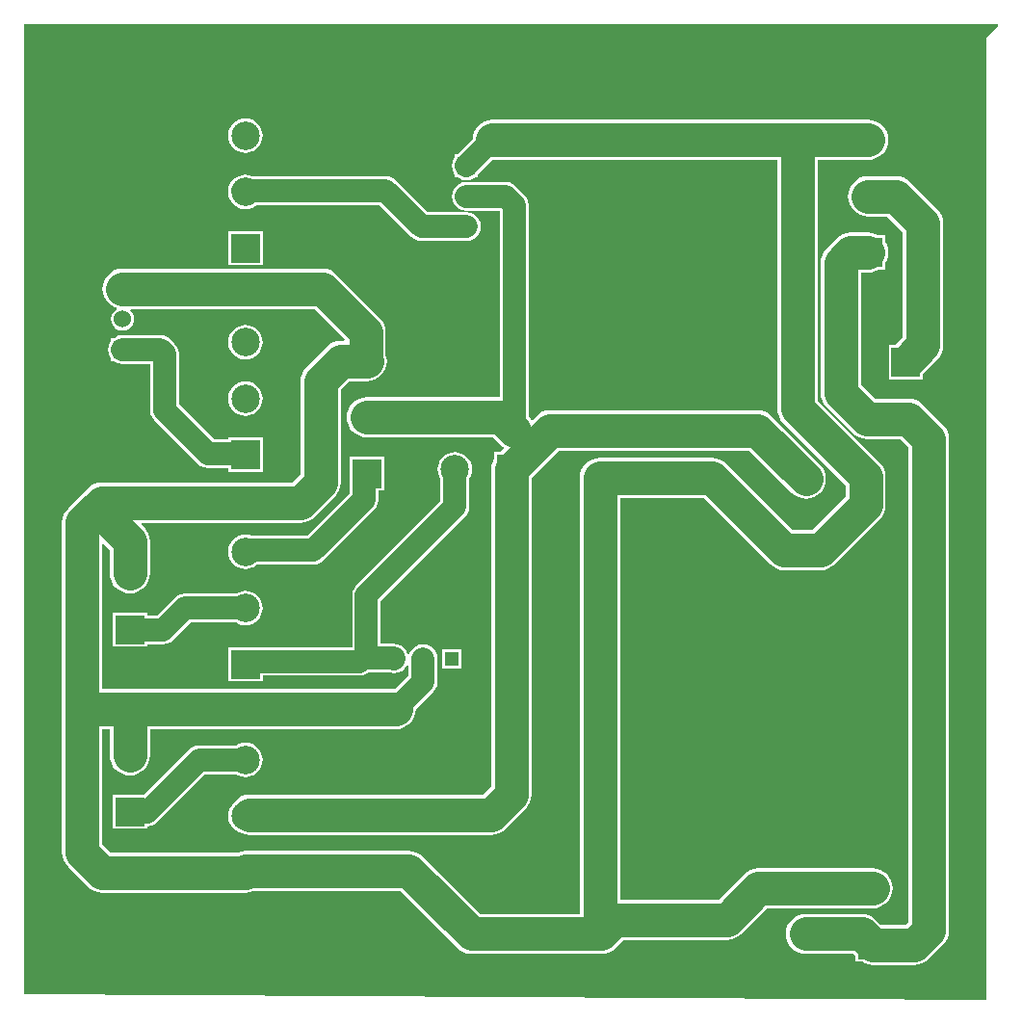
<source format=gbl>
G04*
G04 #@! TF.GenerationSoftware,Altium Limited,Altium Designer,20.2.4 (192)*
G04*
G04 Layer_Physical_Order=2*
G04 Layer_Color=16711680*
%FSLAX44Y44*%
%MOMM*%
G71*
G04*
G04 #@! TF.SameCoordinates,DF91FCDE-8142-45B4-A5F5-43113F2708E9*
G04*
G04*
G04 #@! TF.FilePolarity,Positive*
G04*
G01*
G75*
%ADD10C,3.0000*%
%ADD11C,2.0000*%
%ADD12C,0.2540*%
%ADD13R,2.5000X2.5000*%
%ADD14C,2.5000*%
%ADD15C,1.5240*%
%ADD16R,1.5240X1.5240*%
%ADD17R,2.5000X2.5000*%
%ADD18R,1.2000X1.2000*%
%ADD19C,1.2000*%
G36*
X284383Y271780D02*
X285653D01*
X1129303Y266705D01*
X1130203Y267601D01*
Y1112520D01*
X1140460Y1122777D01*
X1139974Y1123950D01*
X284383D01*
Y271780D01*
D02*
G37*
%LPC*%
G36*
X478693Y1041273D02*
X481642Y1040982D01*
X484477Y1040122D01*
X487090Y1038726D01*
X489380Y1036846D01*
X491259Y1034556D01*
X492656Y1031943D01*
X493516Y1029108D01*
X493806Y1026160D01*
X493516Y1023212D01*
X492656Y1020377D01*
X491259Y1017764D01*
X489380Y1015474D01*
X487090Y1013594D01*
X484477Y1012198D01*
X481642Y1011338D01*
X478693Y1011047D01*
X475745Y1011338D01*
X472910Y1012198D01*
X470297Y1013594D01*
X468007Y1015474D01*
X466128Y1017764D01*
X464731Y1020377D01*
X463871Y1023212D01*
X463581Y1026160D01*
X463871Y1029108D01*
X464731Y1031943D01*
X466128Y1034556D01*
X468007Y1036846D01*
X470297Y1038726D01*
X472910Y1040122D01*
X475745Y1040982D01*
X478693Y1041273D01*
D02*
G37*
G36*
Y991743D02*
X481642Y991452D01*
X484477Y990592D01*
X484559Y990548D01*
X601883D01*
X601883Y990548D01*
X605157Y990117D01*
X608207Y988854D01*
X610827Y986844D01*
X638872Y958798D01*
X673003D01*
X676277Y958367D01*
X679327Y957104D01*
X681947Y955094D01*
X683957Y952474D01*
X685220Y949424D01*
X685651Y946150D01*
X685220Y942876D01*
X683957Y939826D01*
X681947Y937206D01*
X679327Y935196D01*
X676277Y933933D01*
X673003Y933502D01*
X633633D01*
X633633Y933502D01*
X630360Y933933D01*
X627309Y935196D01*
X624690Y937206D01*
X596644Y965252D01*
X488537D01*
X487090Y964064D01*
X484477Y962668D01*
X481642Y961808D01*
X478693Y961517D01*
X475745Y961808D01*
X472910Y962668D01*
X470297Y964064D01*
X468007Y965944D01*
X466128Y968234D01*
X464731Y970847D01*
X463871Y973682D01*
X463581Y976630D01*
X463620Y977029D01*
X463505Y977900D01*
X463936Y981174D01*
X465200Y984224D01*
X467210Y986844D01*
X469829Y988854D01*
X469932Y988896D01*
X470297Y989196D01*
X472910Y990592D01*
X475745Y991452D01*
X478693Y991743D01*
D02*
G37*
G36*
X695863Y1039975D02*
X1026063D01*
X1029502Y1039636D01*
X1032808Y1038633D01*
X1035855Y1037004D01*
X1038526Y1034813D01*
X1040718Y1032142D01*
X1042347Y1029095D01*
X1043350Y1025788D01*
X1043688Y1022350D01*
X1043350Y1018912D01*
X1042347Y1015605D01*
X1040718Y1012558D01*
X1038526Y1009887D01*
X1035855Y1007695D01*
X1032808Y1006067D01*
X1029502Y1005064D01*
X1026063Y1004725D01*
X981458D01*
Y793430D01*
X1036260Y738629D01*
X1038452Y735958D01*
X1040080Y732911D01*
X1041083Y729605D01*
X1041422Y726166D01*
Y701314D01*
X1041083Y697875D01*
X1040080Y694569D01*
X1038452Y691522D01*
X1036260Y688851D01*
X996616Y649207D01*
X993945Y647016D01*
X990898Y645387D01*
X987592Y644384D01*
X984153Y644045D01*
X952403D01*
X948965Y644384D01*
X945659Y645387D01*
X942611Y647016D01*
X939941Y649207D01*
X881603Y707545D01*
X807808D01*
Y354382D01*
X894510D01*
X917081Y376953D01*
X919752Y379145D01*
X922799Y380773D01*
X926105Y381776D01*
X929543Y382115D01*
X1029873D01*
X1033312Y381776D01*
X1036618Y380773D01*
X1039665Y379145D01*
X1042336Y376953D01*
X1044528Y374282D01*
X1046157Y371235D01*
X1047160Y367928D01*
X1047498Y364490D01*
X1047160Y361052D01*
X1046157Y357745D01*
X1044528Y354698D01*
X1042336Y352027D01*
X1039665Y349836D01*
X1036618Y348207D01*
X1033312Y347204D01*
X1029873Y346865D01*
X936844D01*
X914273Y324294D01*
X911602Y322102D01*
X908555Y320474D01*
X905249Y319471D01*
X901810Y319132D01*
X901810Y319132D01*
X810831D01*
X803746Y312047D01*
X801075Y309855D01*
X798028Y308227D01*
X794722Y307224D01*
X791283Y306885D01*
X677423D01*
X673985Y307224D01*
X670679Y308227D01*
X667632Y309855D01*
X664961Y312047D01*
X614903Y362105D01*
X485202D01*
X482132Y361174D01*
X478693Y360835D01*
X352757D01*
X349319Y361174D01*
X346012Y362177D01*
X342965Y363806D01*
X340294Y365997D01*
X322721Y383571D01*
X322721Y383571D01*
X320529Y386242D01*
X318900Y389289D01*
X317897Y392595D01*
X317558Y396034D01*
X317558Y396034D01*
Y521970D01*
Y686006D01*
X317558Y686006D01*
X317897Y689445D01*
X318900Y692751D01*
X320529Y695798D01*
X322721Y698469D01*
X322721Y698469D01*
X340294Y716043D01*
X342965Y718234D01*
X346012Y719863D01*
X349319Y720866D01*
X352757Y721205D01*
X519859D01*
X527108Y728454D01*
Y810260D01*
X527447Y813698D01*
X528450Y817005D01*
X530079Y820052D01*
X532271Y822723D01*
X532271Y822723D01*
X550051Y840503D01*
X552721Y842694D01*
X555769Y844323D01*
X559075Y845326D01*
X562513Y845665D01*
X565411D01*
X565937Y846935D01*
X538957Y873915D01*
X377731D01*
X377300Y872645D01*
X377990Y872116D01*
X379618Y869994D01*
X380642Y867522D01*
X380991Y864870D01*
X380642Y862218D01*
X379618Y859746D01*
X377990Y857624D01*
X375867Y855995D01*
X373396Y854971D01*
X370743Y854622D01*
X368091Y854971D01*
X365620Y855995D01*
X363497Y857624D01*
X361869Y859746D01*
X360845Y862218D01*
X360496Y864870D01*
X360845Y867522D01*
X361869Y869994D01*
X363497Y872116D01*
X365333Y873525D01*
X365279Y874868D01*
X363999Y875257D01*
X360951Y876886D01*
X358281Y879077D01*
X356089Y881748D01*
X354460Y884795D01*
X353457Y888102D01*
X353119Y891540D01*
X353457Y894978D01*
X354460Y898285D01*
X356089Y901332D01*
X358281Y904003D01*
X360951Y906195D01*
X363999Y907823D01*
X367305Y908826D01*
X370743Y909165D01*
X546257D01*
X546257Y909165D01*
X549696Y908826D01*
X553002Y907823D01*
X556049Y906195D01*
X558720Y904003D01*
X596766Y865957D01*
X598958Y863286D01*
X600587Y860239D01*
X601590Y856932D01*
X601928Y853494D01*
Y833889D01*
X602659Y831478D01*
X602998Y828040D01*
X602659Y824602D01*
X601657Y821295D01*
X600028Y818248D01*
X597836Y815577D01*
X595165Y813385D01*
X592118Y811757D01*
X588812Y810754D01*
X585373Y810415D01*
X569814D01*
X562358Y802960D01*
Y721154D01*
X562020Y717715D01*
X561017Y714409D01*
X559388Y711362D01*
X557196Y708691D01*
X539622Y691117D01*
X539622Y691117D01*
X536952Y688925D01*
X533904Y687297D01*
X530598Y686294D01*
X527160Y685955D01*
X527160Y685955D01*
X387013D01*
X386527Y684782D01*
X389556Y681753D01*
X391748Y679082D01*
X393377Y676035D01*
X394380Y672728D01*
X394718Y669290D01*
Y641350D01*
X394380Y637912D01*
X393377Y634605D01*
X391748Y631558D01*
X389556Y628887D01*
X386885Y626696D01*
X383838Y625067D01*
X380532Y624064D01*
X377093Y623725D01*
X373655Y624064D01*
X370349Y625067D01*
X367301Y626696D01*
X364631Y628887D01*
X362439Y631558D01*
X360810Y634605D01*
X359807Y637912D01*
X359468Y641350D01*
Y661990D01*
X353982Y667477D01*
X352808Y666991D01*
Y539595D01*
X375823D01*
X375823Y539595D01*
X375824Y539595D01*
X610511D01*
X622255Y551339D01*
Y561118D01*
X620985Y561371D01*
X620457Y560096D01*
X618447Y557476D01*
X615827Y555466D01*
X612777Y554203D01*
X609503Y553772D01*
X606230Y554203D01*
X605737Y554407D01*
X587234D01*
X585488Y553067D01*
X582437Y551803D01*
X579164Y551372D01*
X493733D01*
Y546300D01*
X463653D01*
Y576380D01*
X481721D01*
X483914Y576669D01*
X483914Y576669D01*
X572462D01*
Y622037D01*
X572462Y622037D01*
X572893Y625311D01*
X574157Y628361D01*
X576167Y630981D01*
X576167Y630981D01*
X650195Y705009D01*
Y724548D01*
X648881Y727007D01*
X648021Y729842D01*
X647731Y732790D01*
X648021Y735738D01*
X648881Y738573D01*
X650277Y741186D01*
X652157Y743476D01*
X654447Y745356D01*
X657060Y746752D01*
X659895Y747612D01*
X662843Y747903D01*
X665792Y747612D01*
X668627Y746752D01*
X671239Y745356D01*
X673530Y743476D01*
X675409Y741186D01*
X676806Y738573D01*
X677666Y735738D01*
X677956Y732790D01*
X677666Y729842D01*
X676806Y727007D01*
X675491Y724548D01*
Y699770D01*
X675492Y699770D01*
X675061Y696496D01*
X673797Y693446D01*
X671787Y690826D01*
X597758Y616798D01*
Y579703D01*
X608868D01*
X612142Y579272D01*
X615192Y578009D01*
X617812Y575999D01*
X617812Y575998D01*
X618447Y575364D01*
X620457Y572744D01*
X621516Y570187D01*
X622891D01*
X623950Y572744D01*
X625960Y575364D01*
X628579Y577374D01*
X631630Y578637D01*
X634903Y579068D01*
X638177Y578637D01*
X641227Y577374D01*
X643847Y575364D01*
X645857Y572744D01*
X647121Y569694D01*
X647551Y566420D01*
Y546100D01*
X647552Y546100D01*
X647121Y542826D01*
X645857Y539776D01*
X643847Y537156D01*
X628369Y521679D01*
X628060Y518532D01*
X627057Y515225D01*
X625428Y512178D01*
X623236Y509507D01*
X620565Y507315D01*
X617518Y505687D01*
X614212Y504684D01*
X610773Y504345D01*
X394718D01*
Y481330D01*
X394380Y477892D01*
X393377Y474585D01*
X391748Y471538D01*
X389556Y468867D01*
X386885Y466675D01*
X383838Y465047D01*
X380532Y464044D01*
X377093Y463705D01*
X373655Y464044D01*
X370349Y465047D01*
X367301Y466675D01*
X364631Y468867D01*
X362439Y471538D01*
X360810Y474585D01*
X359807Y477892D01*
X359468Y481330D01*
Y504345D01*
X352808D01*
Y403334D01*
X360057Y396085D01*
X472185D01*
X475255Y397016D01*
X478693Y397355D01*
X622203D01*
X625642Y397016D01*
X628948Y396013D01*
X631995Y394384D01*
X634666Y392193D01*
X684724Y342135D01*
X772559D01*
Y725170D01*
X772897Y728608D01*
X773900Y731915D01*
X775529Y734962D01*
X777721Y737633D01*
X780391Y739825D01*
X783439Y741453D01*
X786745Y742456D01*
X790183Y742795D01*
X888903D01*
X892342Y742456D01*
X895648Y741453D01*
X898695Y739825D01*
X901366Y737633D01*
X959704Y679295D01*
X976853D01*
X1006172Y708614D01*
Y718866D01*
X951371Y773667D01*
X949179Y776338D01*
X947550Y779385D01*
X946547Y782692D01*
X946208Y786130D01*
X946208Y786130D01*
Y1004725D01*
X696126D01*
X683163Y991763D01*
Y989330D01*
X680362D01*
X679327Y988536D01*
X676277Y987273D01*
X673003Y986842D01*
X669730Y987273D01*
X666679Y988536D01*
X665645Y989330D01*
X662843D01*
Y992132D01*
X662050Y993166D01*
X660786Y996216D01*
X660355Y999490D01*
X660786Y1002764D01*
X662050Y1005814D01*
X662843Y1006848D01*
Y1009650D01*
X665276D01*
X678267Y1022641D01*
X678577Y1025788D01*
X679580Y1029095D01*
X681209Y1032142D01*
X683401Y1034813D01*
X686071Y1037004D01*
X689119Y1038633D01*
X692425Y1039636D01*
X695863Y1039975D01*
D02*
G37*
G36*
X463653Y942140D02*
X493733D01*
Y912060D01*
X463653D01*
Y942140D01*
D02*
G37*
G36*
X478693Y859663D02*
X481642Y859372D01*
X484477Y858512D01*
X487090Y857116D01*
X489380Y855236D01*
X491259Y852946D01*
X492656Y850333D01*
X493516Y847498D01*
X493806Y844550D01*
X493516Y841602D01*
X492656Y838767D01*
X491259Y836154D01*
X489380Y833864D01*
X487090Y831984D01*
X484477Y830588D01*
X481642Y829728D01*
X478693Y829437D01*
X475745Y829728D01*
X472910Y830588D01*
X470297Y831984D01*
X468007Y833864D01*
X466128Y836154D01*
X464731Y838767D01*
X463871Y841602D01*
X463581Y844550D01*
X463871Y847498D01*
X464731Y850333D01*
X466128Y852946D01*
X468007Y855236D01*
X470297Y857116D01*
X472910Y858512D01*
X475745Y859372D01*
X478693Y859663D01*
D02*
G37*
G36*
X1026063Y990445D02*
X1050193D01*
X1053632Y990106D01*
X1056938Y989103D01*
X1059985Y987475D01*
X1062656Y985283D01*
X1086786Y961153D01*
X1088978Y958482D01*
X1090607Y955435D01*
X1091609Y952128D01*
X1091948Y948690D01*
Y842010D01*
X1091609Y838572D01*
X1090607Y835265D01*
X1088978Y832218D01*
X1086786Y829547D01*
X1075356Y818117D01*
X1074123Y817106D01*
Y811730D01*
X1044043D01*
Y841810D01*
X1049419D01*
X1050431Y843043D01*
X1056699Y849311D01*
Y941389D01*
X1042893Y955195D01*
X1026063D01*
X1022625Y955534D01*
X1019319Y956537D01*
X1016272Y958166D01*
X1013601Y960357D01*
X1011409Y963028D01*
X1009780Y966075D01*
X1008777Y969382D01*
X1008438Y972820D01*
X1008777Y976258D01*
X1009780Y979565D01*
X1011409Y982612D01*
X1013601Y985283D01*
X1016272Y987475D01*
X1019319Y989103D01*
X1022625Y990106D01*
X1026063Y990445D01*
D02*
G37*
G36*
X1010823Y940915D02*
X1026063D01*
X1029502Y940576D01*
X1032808Y939573D01*
X1035134Y938330D01*
X1041103D01*
Y932361D01*
X1042347Y930035D01*
X1043350Y926728D01*
X1043688Y923290D01*
X1043350Y919852D01*
X1042347Y916545D01*
X1041103Y914219D01*
Y908250D01*
X1035134D01*
X1032808Y907007D01*
X1029502Y906004D01*
X1026063Y905665D01*
X1019558D01*
Y807401D01*
X1032094Y794865D01*
X1059083D01*
X1060353Y794740D01*
X1061623Y794865D01*
X1065062Y794526D01*
X1068368Y793523D01*
X1071415Y791895D01*
X1074086Y789703D01*
X1091866Y771923D01*
X1094058Y769252D01*
X1095687Y766205D01*
X1096690Y762898D01*
X1097028Y759460D01*
Y327660D01*
X1096690Y324222D01*
X1095687Y320915D01*
X1094058Y317868D01*
X1091866Y315197D01*
X1079166Y302497D01*
X1076495Y300306D01*
X1073448Y298677D01*
X1070142Y297674D01*
X1066703Y297335D01*
X1066703Y297335D01*
X1029873D01*
X1026435Y297674D01*
X1023129Y298677D01*
X1020803Y299920D01*
X1014833D01*
Y305075D01*
X1013023Y306885D01*
X971283D01*
X967845Y307224D01*
X964539Y308227D01*
X961491Y309855D01*
X958821Y312047D01*
X956629Y314718D01*
X955000Y317765D01*
X953997Y321072D01*
X953659Y324510D01*
X953997Y327948D01*
X955000Y331255D01*
X956629Y334302D01*
X958821Y336973D01*
X961491Y339165D01*
X964539Y340793D01*
X967845Y341796D01*
X971283Y342135D01*
X1020323D01*
X1020323Y342135D01*
X1023762Y341796D01*
X1027068Y340793D01*
X1030115Y339165D01*
X1032786Y336973D01*
X1037174Y332585D01*
X1059403D01*
X1061778Y334961D01*
Y752160D01*
X1054323Y759615D01*
X1024793D01*
X1021355Y759954D01*
X1018049Y760957D01*
X1015002Y762586D01*
X1012331Y764777D01*
X989471Y787637D01*
X987279Y790308D01*
X985650Y793355D01*
X984647Y796662D01*
X984308Y800100D01*
Y914400D01*
X984308Y914400D01*
X984647Y917838D01*
X985650Y921145D01*
X987279Y924192D01*
X989471Y926863D01*
X998361Y935753D01*
X1001031Y937944D01*
X1004079Y939573D01*
X1007385Y940576D01*
X1010823Y940915D01*
D02*
G37*
G36*
X478693Y810133D02*
X481642Y809842D01*
X484477Y808982D01*
X487090Y807586D01*
X489380Y805706D01*
X491259Y803416D01*
X492656Y800803D01*
X493516Y797968D01*
X493806Y795020D01*
X493516Y792072D01*
X492656Y789237D01*
X491259Y786624D01*
X489380Y784334D01*
X487090Y782454D01*
X484477Y781058D01*
X481642Y780198D01*
X478693Y779907D01*
X475745Y780198D01*
X472910Y781058D01*
X470297Y782454D01*
X468007Y784334D01*
X466128Y786624D01*
X464731Y789237D01*
X463871Y792072D01*
X463581Y795020D01*
X463871Y797968D01*
X464731Y800803D01*
X466128Y803416D01*
X468007Y805706D01*
X470297Y807586D01*
X472910Y808982D01*
X475745Y809842D01*
X478693Y810133D01*
D02*
G37*
G36*
X707293Y985468D02*
X710567Y985037D01*
X713617Y983774D01*
X716237Y981764D01*
X723857Y974144D01*
X725867Y971524D01*
X727131Y968474D01*
X727562Y965200D01*
X727561Y965200D01*
Y779317D01*
X729568Y776872D01*
X729749Y776533D01*
X731005Y776347D01*
X734201Y779543D01*
X736871Y781734D01*
X739919Y783363D01*
X743225Y784366D01*
X746663Y784705D01*
X928713D01*
X932152Y784366D01*
X935458Y783363D01*
X938505Y781734D01*
X941176Y779543D01*
X983746Y736973D01*
X985938Y734302D01*
X987567Y731255D01*
X988569Y727948D01*
X988908Y724510D01*
X988569Y721072D01*
X987567Y717765D01*
X985938Y714718D01*
X983746Y712047D01*
X981075Y709855D01*
X978028Y708227D01*
X974722Y707224D01*
X971283Y706885D01*
X967845Y707224D01*
X964539Y708227D01*
X961491Y709855D01*
X958821Y712047D01*
X921413Y749455D01*
X753964D01*
X729998Y725490D01*
Y446834D01*
X729660Y443395D01*
X728657Y440089D01*
X727028Y437042D01*
X724836Y434371D01*
X707262Y416797D01*
X707262Y416797D01*
X704592Y414605D01*
X701544Y412977D01*
X698238Y411974D01*
X694800Y411635D01*
X694799Y411635D01*
X482503D01*
X479065Y411974D01*
X475759Y412977D01*
X474951Y413409D01*
X472910Y414028D01*
X470297Y415424D01*
X468007Y417304D01*
X466128Y419594D01*
X464731Y422207D01*
X463871Y425042D01*
X463581Y427990D01*
X463871Y430938D01*
X464731Y433773D01*
X466128Y436386D01*
X466978Y437422D01*
X467849Y439052D01*
X470041Y441723D01*
X472711Y443914D01*
X475759Y445543D01*
X479065Y446546D01*
X482503Y446885D01*
X687499D01*
X694749Y454134D01*
Y732790D01*
X695087Y736228D01*
X696090Y739535D01*
X697333Y741861D01*
Y747830D01*
X702488D01*
X705646Y750988D01*
X705460Y752245D01*
X705122Y752426D01*
X702451Y754617D01*
X696183Y760885D01*
X585373D01*
X581935Y761224D01*
X578629Y762227D01*
X575582Y763856D01*
X572911Y766047D01*
X570719Y768718D01*
X569090Y771765D01*
X568087Y775072D01*
X567748Y778510D01*
X568087Y781948D01*
X569090Y785255D01*
X570719Y788302D01*
X572911Y790973D01*
X575582Y793165D01*
X578629Y794793D01*
X581935Y795796D01*
X585373Y796135D01*
X702265D01*
Y959961D01*
X702054Y960172D01*
X673003D01*
X669730Y960603D01*
X666679Y961866D01*
X664060Y963876D01*
X662050Y966496D01*
X660786Y969546D01*
X660355Y972820D01*
X660786Y976094D01*
X662050Y979144D01*
X664060Y981764D01*
X666679Y983774D01*
X669730Y985037D01*
X673003Y985468D01*
X707293D01*
X707293Y985468D01*
D02*
G37*
G36*
X403763Y850848D02*
X407037Y850417D01*
X410087Y849154D01*
X412707Y847144D01*
X416517Y843334D01*
X418527Y840714D01*
X419790Y837664D01*
X420222Y834390D01*
X420221Y834390D01*
Y790099D01*
X450912Y759408D01*
X463653D01*
Y760530D01*
X493733D01*
Y730450D01*
X463653D01*
Y734112D01*
X445673D01*
X445673Y734112D01*
X442400Y734543D01*
X439349Y735806D01*
X436730Y737816D01*
X398630Y775916D01*
X398630Y775916D01*
X396620Y778536D01*
X395356Y781586D01*
X394925Y784860D01*
Y825552D01*
X370743D01*
X367470Y825983D01*
X364419Y827246D01*
X363385Y828040D01*
X360583D01*
Y830842D01*
X359790Y831876D01*
X358526Y834926D01*
X358095Y838200D01*
X358526Y841474D01*
X359790Y844524D01*
X360583Y845558D01*
Y848360D01*
X363385D01*
X364419Y849154D01*
X367470Y850417D01*
X370743Y850848D01*
X403763D01*
X403763Y850848D01*
D02*
G37*
G36*
X570333Y744020D02*
X600413D01*
Y713940D01*
X595522D01*
Y706160D01*
X595522Y706160D01*
X595091Y702886D01*
X593827Y699836D01*
X591817Y697216D01*
X547327Y652726D01*
X544707Y650716D01*
X541657Y649453D01*
X538383Y649022D01*
X488537D01*
X487090Y647834D01*
X484477Y646438D01*
X481642Y645578D01*
X478693Y645287D01*
X475745Y645578D01*
X472910Y646438D01*
X470297Y647834D01*
X468007Y649714D01*
X466128Y652004D01*
X464731Y654617D01*
X463871Y657452D01*
X463581Y660400D01*
X463871Y663348D01*
X464731Y666183D01*
X466128Y668796D01*
X468007Y671086D01*
X470297Y672966D01*
X472910Y674362D01*
X475745Y675222D01*
X478693Y675513D01*
X481642Y675222D01*
X484477Y674362D01*
X484559Y674318D01*
X533144D01*
X570225Y711399D01*
Y726480D01*
X570225Y726480D01*
X570333Y727302D01*
Y744020D01*
D02*
G37*
G36*
X478693Y625983D02*
X481642Y625692D01*
X484477Y624832D01*
X487090Y623436D01*
X489380Y621556D01*
X491259Y619266D01*
X492656Y616653D01*
X493516Y613818D01*
X493806Y610870D01*
X493516Y607922D01*
X492656Y605087D01*
X491259Y602474D01*
X489380Y600184D01*
X487090Y598304D01*
X484477Y596908D01*
X481642Y596048D01*
X478693Y595757D01*
X475745Y596048D01*
X472910Y596908D01*
X470451Y598222D01*
X430592D01*
X415247Y582877D01*
X415247Y582876D01*
X412627Y580866D01*
X409577Y579603D01*
X406303Y579172D01*
X392133D01*
Y576780D01*
X362053D01*
Y606860D01*
X392133D01*
Y604468D01*
X401064D01*
X416410Y619814D01*
X419029Y621824D01*
X422080Y623087D01*
X425353Y623518D01*
X425354Y623518D01*
X470451D01*
X472910Y624832D01*
X475745Y625692D01*
X478693Y625983D01*
D02*
G37*
G36*
X651763Y574960D02*
X668843D01*
Y557880D01*
X651763D01*
Y574960D01*
D02*
G37*
G36*
X478693Y492633D02*
X481642Y492342D01*
X484477Y491482D01*
X487090Y490086D01*
X489380Y488206D01*
X491259Y485916D01*
X492656Y483303D01*
X493516Y480468D01*
X493806Y477520D01*
X493516Y474572D01*
X492656Y471737D01*
X491259Y469124D01*
X489380Y466834D01*
X487090Y464954D01*
X484477Y463558D01*
X481642Y462698D01*
X478693Y462407D01*
X475745Y462698D01*
X472910Y463558D01*
X470451Y464872D01*
X443292D01*
X401277Y422856D01*
X401277Y422856D01*
X398657Y420846D01*
X395607Y419583D01*
X392333Y419152D01*
X392133D01*
Y416760D01*
X362053D01*
Y446840D01*
X389486D01*
X429110Y486464D01*
X431729Y488474D01*
X434780Y489737D01*
X438053Y490168D01*
X438054Y490168D01*
X470451D01*
X472910Y491482D01*
X475745Y492342D01*
X478693Y492633D01*
D02*
G37*
%LPD*%
D10*
X963833Y786130D02*
Y1022350D01*
X1023797Y701314D02*
Y726166D01*
Y701314D02*
X984153Y661670D01*
X1023797Y726166D02*
X963833Y786130D01*
X335183Y396034D02*
Y521970D01*
X352757Y378460D02*
X335183Y396034D01*
X478693Y378460D02*
X352757D01*
X1026063Y1022350D02*
X963833D01*
X695863D01*
X377093Y669290D02*
X352757Y693626D01*
X377093Y641350D02*
Y669290D01*
X790183Y336757D02*
Y725170D01*
X377093Y521970D02*
X335183D01*
X622203Y379730D02*
X478693D01*
X352757Y693626D02*
Y703580D01*
X610773Y521970D02*
X377093D01*
X790183Y325170D02*
Y336757D01*
X352757Y703580D02*
X335183Y686006D01*
X791283Y324510D02*
X677423D01*
X377093Y481330D02*
Y520700D01*
X375823Y521970D01*
X335183D02*
Y686006D01*
X544733Y721154D02*
Y810260D01*
Y721154D02*
X527160Y703580D01*
X352757D01*
X546257Y891540D02*
X370743D01*
X584303Y853494D02*
X546257Y891540D01*
X584303Y829110D02*
Y853494D01*
X928713Y767080D02*
X746663D01*
X971283Y724510D02*
X928713Y767080D01*
X888903Y725170D02*
X790183D01*
X952403Y661670D02*
X888903Y725170D01*
X984153Y661670D02*
X952403D01*
X746663Y767080D02*
X714913Y735330D01*
Y767080D02*
X703483Y778510D01*
X1026063Y923290D02*
X1010823D01*
X1001933Y914400D01*
Y800100D02*
Y914400D01*
X1024793Y777240D02*
X1001933Y800100D01*
X1059083Y777240D02*
X1024793D01*
X1074323Y842010D02*
X1062893Y830580D01*
X585373Y828040D02*
X562513D01*
X544733Y810260D01*
X703483Y778510D02*
X585373D01*
X712373Y446834D02*
X694800Y429260D01*
X712373Y446834D02*
Y732790D01*
X694800Y429260D02*
X482503D01*
X677423Y324510D02*
X622203Y379730D01*
X1079403Y759460D02*
X1061623Y777240D01*
X1079403Y327660D02*
Y759460D01*
Y327660D02*
X1066703Y314960D01*
X1029873D01*
X1050193Y972820D02*
X1026063D01*
X1074323Y948690D02*
X1050193Y972820D01*
X1074323Y842010D02*
Y948690D01*
X1029873Y364490D02*
X929543D01*
X901810Y336757D01*
X1029873Y314960D02*
X1020323Y324510D01*
X971283D01*
X803530Y336757D02*
X791283Y324510D01*
X901810Y336757D02*
X803530D01*
D11*
X478693Y610870D02*
X425353D01*
X406303Y591820D02*
X377093D01*
X425353Y610870D02*
X406303Y591820D01*
X392333Y431800D02*
X377093D01*
X438053Y477520D02*
X392333Y431800D01*
X478693Y477520D02*
X438053D01*
X585373Y728980D02*
X582873Y726480D01*
Y706160D02*
Y726480D01*
Y706160D02*
X538383Y661670D01*
X582198Y567055D02*
X579164Y564020D01*
X585110Y569967D02*
X582198Y567055D01*
X608868D02*
X582198D01*
X609503Y566420D02*
X608868Y567055D01*
X634903Y546100D02*
Y566420D01*
Y546100D02*
X610773Y521970D01*
X403763Y838200D02*
X370743D01*
X407573Y834390D02*
X403763Y838200D01*
X445673Y746760D02*
X407573Y784860D01*
Y834390D01*
X476153Y746760D02*
X445673D01*
X714913Y767080D02*
Y965200D01*
X601883Y977900D02*
X476153D01*
X633633Y946150D02*
X601883Y977900D01*
X673003Y946150D02*
X633633D01*
X707293Y972820D02*
X673003D01*
X714913Y965200D02*
X707293Y972820D01*
X695863Y1022350D02*
X673003Y999490D01*
X538383Y661670D02*
X482503D01*
X483914Y564020D02*
X482503Y562610D01*
X579164Y564020D02*
X483914D01*
X585110Y569967D02*
Y622037D01*
X662843Y699770D02*
X585110Y622037D01*
X662843Y699770D02*
Y732790D01*
D12*
X585373Y828040D02*
X584303Y829110D01*
X714913Y735330D02*
Y767080D01*
Y735330D02*
X712373Y732790D01*
X1061623Y777240D02*
X1059083D01*
X1062893Y830580D02*
X1059083Y826770D01*
D13*
D03*
X478693Y378460D02*
D03*
Y561340D02*
D03*
Y745490D02*
D03*
Y927100D02*
D03*
X1026063Y923290D02*
D03*
X377093Y591820D02*
D03*
Y431800D02*
D03*
X585373Y728980D02*
D03*
X1029873Y314960D02*
D03*
D14*
X1059083Y777240D02*
D03*
X478693Y477520D02*
D03*
Y427990D02*
D03*
Y660400D02*
D03*
Y610870D02*
D03*
Y844550D02*
D03*
Y795020D02*
D03*
Y1026160D02*
D03*
Y976630D02*
D03*
X1026063Y1022350D02*
D03*
Y972820D02*
D03*
X377093Y641350D02*
D03*
Y481330D02*
D03*
X662843Y732790D02*
D03*
X585373Y828040D02*
D03*
Y778510D02*
D03*
X1029873Y364490D02*
D03*
X970183Y325170D02*
D03*
X790183D02*
D03*
Y725170D02*
D03*
X970183D02*
D03*
D15*
X673003Y972820D02*
D03*
Y946150D02*
D03*
X370743Y891540D02*
D03*
Y864870D02*
D03*
D16*
X673003Y999490D02*
D03*
X370743Y838200D02*
D03*
D17*
X712373Y732790D02*
D03*
D18*
X660303Y566420D02*
D03*
D19*
X634903D02*
D03*
X609503D02*
D03*
M02*

</source>
